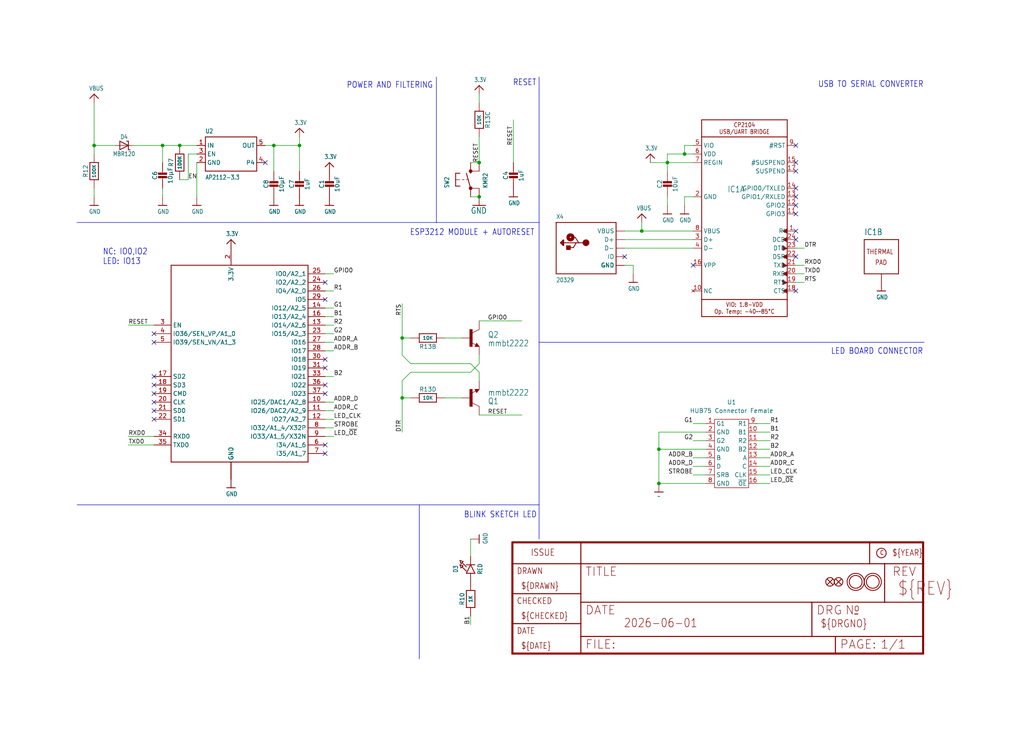
<source format=kicad_sch>
(kicad_sch (version 20231120) (generator "eeschema") (generator_version "8.0")
  (paper "User" 303.962 217.322)
  (lib_symbols
    (symbol "Connector_Generic:HUB75_02x08_female"
      (property "Reference" "U" (at 0 0 0))
      (property "Value" "HUB75 Connector Female" (at 0.762 -25.4 0))
      (symbol "HUB75_02x08_female_1_1"
        (pin input line (at -7.62 -3.81 0) (length 2.54) (name "G1") (number "1"))
        (pin input line (at 7.62 -6.35 180) (length 2.54) (name "B1") (number "10"))
        (pin input line (at 7.62 -8.89 180) (length 2.54) (name "R2") (number "11"))
        (pin input line (at 7.62 -11.43 180) (length 2.54) (name "B2") (number "12"))
        (pin input line (at 7.62 -13.97 180) (length 2.54) (name "A") (number "13"))
        (pin input line (at 7.62 -16.51 180) (length 2.54) (name "C") (number "14"))
        (pin input line (at 7.62 -19.05 180) (length 2.54) (name "CLK") (number "15"))
        (pin input line (at 7.62 -21.59 180) (length 2.54) (name "~{OE}") (number "16"))
        (pin input line (at -7.62 -6.35 0) (length 2.54) (name "GND") (number "2"))
        (pin input line (at -7.62 -8.89 0) (length 2.54) (name "G2") (number "3"))
        (pin input line (at -7.62 -11.43 0) (length 2.54) (name "GND") (number "4"))
        (pin input line (at -7.62 -13.97 0) (length 2.54) (name "B") (number "5"))
        (pin input line (at -7.62 -16.51 0) (length 2.54) (name "D") (number "6"))
        (pin input line (at -7.62 -19.05 0) (length 2.54) (name "SRB") (number "7"))
        (pin input line (at -7.62 -21.59 0) (length 2.54) (name "GND") (number "8"))
        (pin input line (at 7.62 -3.81 180) (length 2.54) (name "R1") (number "9"))
      )
    )
    (symbol "cartalk_esp32-eagle-import:3.3V" (power)
      (symbol "3.3V_1_0"
        (pin power_in line (at 0 -2.54 90) (length 2.54) (name "3.3V") (number "1"))
      )
    )
    (symbol "cartalk_esp32-eagle-import:CAP_CERAMIC0603_NO"
      (property "Reference" "C" (at -2.29 1.25 90))
      (symbol "CAP_CERAMIC0603_NO_1_0"
        (pin passive line (at 0 5.08 270) (length 2.54) (name "1") (number "1"))
        (pin passive line (at 0 -2.54 90) (length 2.54) (name "2") (number "2"))
      )
    )
    (symbol "cartalk_esp32-eagle-import:CAP_CERAMIC0805-NOOUTLINE"
      (property "Reference" "C" (at -2.29 1.25 90))
      (symbol "CAP_CERAMIC0805-NOOUTLINE_1_0"
        (pin passive line (at 0 5.08 270) (length 2.54) (name "1") (number "1"))
        (pin passive line (at 0 -2.54 90) (length 2.54) (name "2") (number "2"))
      )
    )
    (symbol "cartalk_esp32-eagle-import:CP2104"
      (property "Reference" "U" (at -5.08 6.35 0))
      (symbol "CP2104_1_0"
        (text "CP2104\nUSB/UART BRIDGE" (at 0 25.4 0) (effects (font (size 1.27 1.0795))))
        (text "VIO: 1.8-VDD\nOp. Temp: -40~~85°C" (at 0 -27.94 0) (effects (font (size 1.27 1.0795))))
        (pin input line (at 15.24 -5.08 180) (length 2.54) (name "RI") (number "1"))
        (pin no_connect line (at -15.24 -22.86 0) (length 2.54) (name "NC") (number "10"))
        (pin bidirectional line (at 15.24 0 180) (length 2.54) (name "GPIO3") (number "11"))
        (pin bidirectional line (at 15.24 2.54 180) (length 2.54) (name "GPIO2") (number "12"))
        (pin bidirectional line (at 15.24 5.08 180) (length 2.54) (name "GPIO1/RXLED") (number "13"))
        (pin bidirectional line (at 15.24 7.62 180) (length 2.54) (name "GPIO0/TXLED") (number "14"))
        (pin output line (at 15.24 15.24 180) (length 2.54) (name "#SUSPEND") (number "15"))
        (pin bidirectional line (at -15.24 -15.24 0) (length 2.54) (name "VPP") (number "16"))
        (pin output line (at 15.24 12.7 180) (length 2.54) (name "SUSPEND") (number "17"))
        (pin input line (at 15.24 -22.86 180) (length 2.54) (name "CTS") (number "18"))
        (pin output line (at 15.24 -20.32 180) (length 2.54) (name "RTS") (number "19"))
        (pin power_in line (at -15.24 5.08 0) (length 2.54) (name "GND") (number "2"))
        (pin input line (at 15.24 -17.78 180) (length 2.54) (name "RXD") (number "20"))
        (pin output line (at 15.24 -15.24 180) (length 2.54) (name "TXD") (number "21"))
        (pin input line (at 15.24 -12.7 180) (length 2.54) (name "DSR") (number "22"))
        (pin output line (at 15.24 -10.16 180) (length 2.54) (name "DTR") (number "23"))
        (pin input line (at 15.24 -7.62 180) (length 2.54) (name "DCD") (number "24"))
        (pin bidirectional line (at -15.24 -7.62 0) (length 2.54) (name "D+") (number "3"))
        (pin bidirectional line (at -15.24 -10.16 0) (length 2.54) (name "D-") (number "4"))
        (pin power_in line (at -15.24 20.32 0) (length 2.54) (name "VIO") (number "5"))
        (pin power_in line (at -15.24 17.78 0) (length 2.54) (name "VDD") (number "6"))
        (pin power_in line (at -15.24 15.24 0) (length 2.54) (name "REGIN") (number "7"))
        (pin power_in line (at -15.24 -5.08 0) (length 2.54) (name "VBUS") (number "8"))
        (pin bidirectional line (at 15.24 20.32 180) (length 2.54) (name "#RST") (number "9"))
      )
      (symbol "CP2104_2_0"
        (text "PAD" (at -1.905 -2.54 0) (effects (font (size 1.4224 1.209)) (justify left bottom)))
        (text "THERMAL" (at -4.445 0.635 0) (effects (font (size 1.4224 1.209)) (justify left bottom)))
        (pin power_in line (at 0 -7.62 90) (length 2.54) (name "TP") (number "THERM"))
      )
    )
    (symbol "cartalk_esp32-eagle-import:DIODE-SCHOTTKYSOD-123"
      (property "Reference" "D" (at 0 2.54 0))
      (symbol "DIODE-SCHOTTKYSOD-123_1_0"
        (pin passive line (at -2.54 0 0) (length 2.54) (name "A") (number "A"))
        (pin passive line (at 2.54 0 180) (length 2.54) (name "C") (number "C"))
      )
    )
    (symbol "cartalk_esp32-eagle-import:ESP32_WROOM32_SKINNY"
      (symbol "ESP32_WROOM32_SKINNY_1_0"
        (pin passive line (at 0 -27.94 90) (length 5.08) (name "GND") (number "1"))
        (pin bidirectional line (at 27.94 -5.08 180) (length 5.08) (name "IO25/DAC1/A2_8") (number "10"))
        (pin bidirectional line (at 27.94 -7.62 180) (length 5.08) (name "IO26/DAC2/A2_9") (number "11"))
        (pin bidirectional line (at 27.94 -10.16 180) (length 5.08) (name "IO27/A2_7") (number "12"))
        (pin bidirectional line (at 27.94 17.78 180) (length 5.08) (name "IO14/A2_6") (number "13"))
        (pin bidirectional line (at 27.94 22.86 180) (length 5.08) (name "IO12/A2_5") (number "14"))
        (pin passive line (at 0 -27.94 90) (length 5.08) (name "GND") (number "15"))
        (pin bidirectional line (at 27.94 20.32 180) (length 5.08) (name "IO13/A2_4") (number "16"))
        (pin bidirectional line (at -22.86 2.54 0) (length 5.08) (name "SD2") (number "17"))
        (pin bidirectional line (at -22.86 0 0) (length 5.08) (name "SD3") (number "18"))
        (pin bidirectional line (at -22.86 -2.54 0) (length 5.08) (name "CMD") (number "19"))
        (pin passive line (at 0 40.64 270) (length 5.08) (name "3.3V") (number "2"))
        (pin bidirectional line (at -22.86 -5.08 0) (length 5.08) (name "CLK") (number "20"))
        (pin bidirectional line (at -22.86 -7.62 0) (length 5.08) (name "SD0") (number "21"))
        (pin bidirectional line (at -22.86 -10.16 0) (length 5.08) (name "SD1") (number "22"))
        (pin bidirectional line (at 27.94 15.24 180) (length 5.08) (name "IO15/A2_3") (number "23"))
        (pin bidirectional line (at 27.94 30.48 180) (length 5.08) (name "IO2/A2_2") (number "24"))
        (pin bidirectional line (at 27.94 33.02 180) (length 5.08) (name "IO0/A2_1") (number "25"))
        (pin bidirectional line (at 27.94 27.94 180) (length 5.08) (name "IO4/A2_0") (number "26"))
        (pin bidirectional line (at 27.94 12.7 180) (length 5.08) (name "IO16") (number "27"))
        (pin bidirectional line (at 27.94 10.16 180) (length 5.08) (name "IO17") (number "28"))
        (pin bidirectional line (at 27.94 25.4 180) (length 5.08) (name "IO5") (number "29"))
        (pin input line (at -22.86 17.78 0) (length 5.08) (name "EN") (number "3"))
        (pin bidirectional line (at 27.94 7.62 180) (length 5.08) (name "IO18") (number "30"))
        (pin bidirectional line (at 27.94 5.08 180) (length 5.08) (name "IO19") (number "31"))
        (pin bidirectional line (at 27.94 2.54 180) (length 5.08) (name "IO21") (number "33"))
        (pin input line (at -22.86 -15.24 0) (length 5.08) (name "RXD0") (number "34"))
        (pin output line (at -22.86 -17.78 0) (length 5.08) (name "TXD0") (number "35"))
        (pin bidirectional line (at 27.94 0 180) (length 5.08) (name "IO22") (number "36"))
        (pin bidirectional line (at 27.94 -2.54 180) (length 5.08) (name "IO23") (number "37"))
        (pin passive line (at 0 -27.94 90) (length 5.08) (name "GND") (number "38"))
        (pin passive line (at -22.86 15.24 0) (length 5.08) (name "IO36/SEN_VP/A1_0") (number "4"))
        (pin passive line (at -22.86 12.7 0) (length 5.08) (name "IO39/SEN_VN/A1_3") (number "5"))
        (pin bidirectional line (at 27.94 -17.78 180) (length 5.08) (name "I34/A1_6") (number "6"))
        (pin bidirectional line (at 27.94 -20.32 180) (length 5.08) (name "I35/A1_7") (number "7"))
        (pin bidirectional line (at 27.94 -12.7 180) (length 5.08) (name "IO32/A1_4/X32P") (number "8"))
        (pin bidirectional line (at 27.94 -15.24 180) (length 5.08) (name "IO33/A1_5/X32N") (number "9"))
        (pin passive line (at 0 -27.94 90) (length 5.08) (name "GND") (number "P$1"))
      )
    )
    (symbol "cartalk_esp32-eagle-import:FIDUCIAL_1MM")
    (symbol "cartalk_esp32-eagle-import:FRAME_A4"
      (symbol "FRAME_A4_1_0"
        (text "1" (at 21.6958 1.905 0) (effects (font (size 2.54 2.286))))
        (text "1" (at 21.6958 177.165 0) (effects (font (size 2.54 2.286))))
        (text "2" (at 65.0875 1.905 0) (effects (font (size 2.54 2.286))))
        (text "2" (at 65.0875 177.165 0) (effects (font (size 2.54 2.286))))
        (text "3" (at 108.4792 1.905 0) (effects (font (size 2.54 2.286))))
        (text "3" (at 108.4792 177.165 0) (effects (font (size 2.54 2.286))))
        (text "4" (at 151.8708 1.905 0) (effects (font (size 2.54 2.286))))
        (text "4" (at 151.8708 177.165 0) (effects (font (size 2.54 2.286))))
        (text "5" (at 195.2625 1.905 0) (effects (font (size 2.54 2.286))))
        (text "5" (at 195.2625 177.165 0) (effects (font (size 2.54 2.286))))
        (text "6" (at 238.6542 1.905 0) (effects (font (size 2.54 2.286))))
        (text "6" (at 238.6542 177.165 0) (effects (font (size 2.54 2.286))))
        (text "A" (at 1.905 156.6863 0) (effects (font (size 2.54 2.286))))
        (text "A" (at 258.445 156.6863 0) (effects (font (size 2.54 2.286))))
        (text "B" (at 1.905 111.9188 0) (effects (font (size 2.54 2.286))))
        (text "B" (at 258.445 111.9188 0) (effects (font (size 2.54 2.286))))
        (text "C" (at 1.905 67.1513 0) (effects (font (size 2.54 2.286))))
        (text "C" (at 258.445 67.1513 0) (effects (font (size 2.54 2.286))))
        (text "D" (at 1.905 22.3838 0) (effects (font (size 2.54 2.286))))
        (text "D" (at 258.445 22.3838 0) (effects (font (size 2.54 2.286))))
      )
      (symbol "FRAME_A4_2_0"
        (text "${#}/${##}" (at 108.9152 2.8448 0) (effects (font (size 2.54 2.54)) (justify left bottom)))
        (text "${CHECKED}" (at 2.2352 11.7348 0) (effects (font (size 1.778 1.5113)) (justify left bottom)))
        (text "${COMPANY}" (at 23.349 29.6735 0) (effects (font (size 3.175 2.6987) (thickness 0.5397) (bold yes)) (justify left bottom)))
        (text "${CURRENT_DATE}" (at 32.7152 9.1948 0) (effects (font (size 2.54 2.159)) (justify left bottom)))
        (text "${DATE}" (at 2.2352 2.8448 0) (effects (font (size 1.778 1.5113)) (justify left bottom)))
        (text "${DRAWN}" (at 2.2352 20.6248 0) (effects (font (size 1.778 1.5113)) (justify left bottom)))
        (text "${DRGNO}" (at 91.1352 9.1948 0) (effects (font (size 2.1844 1.8567)) (justify left bottom)))
        (text "${PROJECTNAME}" (at 33.0327 2.8448 0) (effects (font (size 2.54 2.159)) (justify left bottom)))
        (text "${REV}" (at 113.9952 18.7198 0) (effects (font (size 3.81 3.2385)) (justify left bottom)))
        (text "${YEAR}" (at 112.4077 30.4673 0) (effects (font (size 1.778 1.5113)) (justify left bottom)))
        (text "C" (at 108.7564 30.7848 0) (effects (font (size 1.27 1.0795)) (justify left bottom)))
        (text "CHECKED" (at 0.9652 16.1798 0) (effects (font (size 1.778 1.5113)) (justify left bottom)))
        (text "DATE" (at 0.9652 7.2898 0) (effects (font (size 1.778 1.5113)) (justify left bottom)))
        (text "DATE" (at 21.2852 13.0048 0) (effects (font (size 2.54 2.54)) (justify left bottom)))
        (text "DRAWN" (at 0.9652 25.0698 0) (effects (font (size 1.778 1.5113)) (justify left bottom)))
        (text "DRG" (at 89.8652 13.0048 0) (effects (font (size 2.54 2.54)) (justify left bottom)))
        (text "FILE:" (at 21.2852 2.8448 0) (effects (font (size 2.54 2.54)) (justify left bottom)))
        (text "ISSUE" (at 5.0927 30.4673 0) (effects (font (size 1.9304 1.6408)) (justify left bottom)))
        (text "N" (at 98.4377 13.0048 0) (effects (font (size 2.54 2.54)) (justify left bottom)))
        (text "o" (at 100.9777 13.9573 0) (effects (font (size 2.1844 1.8567)) (justify left bottom)))
        (text "PAGE:" (at 96.8502 2.8448 0) (effects (font (size 2.54 2.54)) (justify left bottom)))
        (text "REV" (at 112.4077 24.4348 0) (effects (font (size 2.54 2.54)) (justify left bottom)))
        (text "TITLE" (at 21.2852 24.4348 0) (effects (font (size 2.54 2.54)) (justify left bottom)))
      )
    )
    (symbol "cartalk_esp32-eagle-import:GND" (power)
      (symbol "GND_1_0"
        (pin power_in line (at 0 2.54 270) (length 2.54) (name "GND") (number "1"))
      )
    )
    (symbol "cartalk_esp32-eagle-import:LED0805_NOOUTLINE"
      (property "Reference" "D" (at -1.27 4.445 0))
      (symbol "LED0805_NOOUTLINE_1_0"
        (pin passive line (at -5.08 0 0) (length 2.54) (name "A") (number "A"))
        (pin passive line (at 2.54 0 180) (length 2.54) (name "C") (number "C"))
      )
    )
    (symbol "cartalk_esp32-eagle-import:MOUNTINGHOLE2.5")
    (symbol "cartalk_esp32-eagle-import:RESISTOR_0603_NOOUT"
      (property "Reference" "R" (at 0 2.54 0))
      (symbol "RESISTOR_0603_NOOUT_1_0"
        (pin passive line (at -5.08 0 0) (length 2.54) (name "1") (number "1"))
        (pin passive line (at 5.08 0 180) (length 2.54) (name "2") (number "2"))
      )
    )
    (symbol "cartalk_esp32-eagle-import:RESISTOR_4PACK"
      (property "Reference" "R" (at 0 2.54 0))
      (symbol "RESISTOR_4PACK_1_0"
        (pin passive line (at -5.08 0 0) (length 2.54) (name "1") (number "1"))
        (pin passive line (at 5.08 0 180) (length 2.54) (name "2") (number "8"))
      )
      (symbol "RESISTOR_4PACK_2_0"
        (pin passive line (at -5.08 0 0) (length 2.54) (name "1") (number "2"))
        (pin passive line (at 5.08 0 180) (length 2.54) (name "2") (number "7"))
      )
      (symbol "RESISTOR_4PACK_3_0"
        (pin passive line (at -5.08 0 0) (length 2.54) (name "1") (number "3"))
        (pin passive line (at 5.08 0 180) (length 2.54) (name "2") (number "6"))
      )
      (symbol "RESISTOR_4PACK_4_0"
        (pin passive line (at -5.08 0 0) (length 2.54) (name "1") (number "4"))
        (pin passive line (at 5.08 0 180) (length 2.54) (name "2") (number "5"))
      )
    )
    (symbol "cartalk_esp32-eagle-import:SWITCH_TACT_SMT4.6X2.8"
      (property "Reference" "SW" (at -2.54 6.35 0))
      (symbol "SWITCH_TACT_SMT4.6X2.8_1_0"
        (pin passive line (at -5.08 0 0) (length 2.54) (name "P") (number "A"))
        (pin passive line (at -5.08 -2.54 0) (length 2.54) (name "P1") (number "A'"))
        (pin passive line (at 5.08 0 180) (length 2.54) (name "S") (number "B"))
        (pin passive line (at 5.08 -2.54 180) (length 2.54) (name "S1") (number "B'"))
      )
    )
    (symbol "cartalk_esp32-eagle-import:TRANSISTOR_NPNSOT23-3"
      (property "Reference" "Q" (at 5.08 0 0))
      (symbol "TRANSISTOR_NPNSOT23-3_1_0"
        (pin passive line (at -2.54 0 0) (length 2.54) (name "B") (number "1"))
        (pin passive line (at 2.54 -5.08 90) (length 2.54) (name "E") (number "2"))
        (pin passive line (at 2.54 5.08 270) (length 2.54) (name "C") (number "3"))
      )
    )
    (symbol "cartalk_esp32-eagle-import:USB_MICRO_20329_V2"
      (property "Reference" "X" (at -10.16 8.636 0))
      (symbol "USB_MICRO_20329_V2_1_0"
        (pin power_in line (at 10.16 -5.08 180) (length 2.54) (name "GND") (number "BASE@1"))
        (pin power_in line (at 10.16 -5.08 180) (length 2.54) (name "GND") (number "BASE@2"))
        (pin bidirectional line (at 10.16 2.54 180) (length 2.54) (name "D+") (number "D+"))
        (pin bidirectional line (at 10.16 0 180) (length 2.54) (name "D-") (number "D-"))
        (pin power_in line (at 10.16 -5.08 180) (length 2.54) (name "GND") (number "GND"))
        (pin bidirectional line (at 10.16 -2.54 180) (length 2.54) (name "ID") (number "ID"))
        (pin power_in line (at 10.16 -5.08 180) (length 2.54) (name "GND") (number "SPRT@1"))
        (pin power_in line (at 10.16 -5.08 180) (length 2.54) (name "GND") (number "SPRT@2"))
        (pin power_in line (at 10.16 -5.08 180) (length 2.54) (name "GND") (number "SPRT@3"))
        (pin power_in line (at 10.16 -5.08 180) (length 2.54) (name "GND") (number "SPRT@4"))
        (pin power_in line (at 10.16 5.08 180) (length 2.54) (name "VBUS") (number "VBUS"))
      )
    )
    (symbol "cartalk_esp32-eagle-import:VBUS" (power)
      (symbol "VBUS_1_0"
        (pin power_in line (at 0 -2.54 90) (length 2.54) (name "VBUS") (number "1"))
      )
    )
    (symbol "cartalk_esp32-eagle-import:VREG_SOT23-5"
      (property "Reference" "U" (at -7.62 6.096 0))
      (symbol "VREG_SOT23-5_1_0"
        (pin power_in line (at -10.16 2.54 0) (length 2.54) (name "IN") (number "1"))
        (pin power_in line (at -10.16 -2.54 0) (length 2.54) (name "GND") (number "2"))
        (pin input line (at -10.16 0 0) (length 2.54) (name "EN") (number "3"))
        (pin bidirectional line (at 10.16 -2.54 180) (length 2.54) (name "P4") (number "4"))
        (pin power_in line (at 10.16 2.54 180) (length 2.54) (name "OUT") (number "5"))
      )
    )
    (symbol "cartalk_esp32-eagle-import:supply1_GND" (power)
      (symbol "supply1_GND_1_0"
        (pin power_in line (at 0 2.54 270) (length 2.54) (name "GND") (number "1"))
      )
    )
  )
  (junction (at 195.58 133.35))
  (junction (at 190.5 68.58))
  (junction (at 203.2 45.72))
  (junction (at 142.24 58.42))
  (junction (at 195.58 143.51))
  (junction (at 53.34 43.18))
  (junction (at 48.26 43.18))
  (junction (at 119.38 118.11))
  (junction (at 81.28 43.18))
  (junction (at 119.38 100.33))
  (junction (at 198.12 48.26))
  (junction (at 142.24 48.26))
  (junction (at 88.9 43.18))
  (junction (at 27.94 43.18))
  (no_connect (at 45.72 99.06))
  (no_connect (at 236.22 50.8))
  (no_connect (at 236.22 86.36))
  (no_connect (at 236.22 48.26))
  (no_connect (at 96.52 114.3))
  (no_connect (at 45.72 121.92))
  (no_connect (at 236.22 63.5))
  (no_connect (at 236.22 43.18))
  (no_connect (at 45.72 116.84))
  (no_connect (at 96.52 132.08))
  (no_connect (at 185.42 76.2))
  (no_connect (at 96.52 116.84))
  (no_connect (at 45.72 119.38))
  (no_connect (at 96.52 83.82))
  (no_connect (at 236.22 76.2))
  (no_connect (at 45.72 124.46))
  (no_connect (at 96.52 106.68))
  (no_connect (at 78.74 48.26))
  (no_connect (at 236.22 68.58))
  (no_connect (at 45.72 114.3))
  (no_connect (at 96.52 134.62))
  (no_connect (at 96.52 109.22))
  (no_connect (at 45.72 101.6))
  (no_connect (at 236.22 58.42))
  (no_connect (at 96.52 88.9))
  (no_connect (at 236.22 60.96))
  (no_connect (at 45.72 111.76))
  (no_connect (at 236.22 71.12))
  (no_connect (at 205.74 78.74))
  (no_connect (at 236.22 55.88))
  (wire (pts (xy 198.12 48.26) (xy 198.12 50.8)) (stroke (width 0.1524)))
  (polyline (pts (xy 160.02 101.6) (xy 160.02 66.04)) (stroke (width 0.1524) (type solid)))
  (wire (pts (xy 142.24 40.64) (xy 142.24 48.26)) (stroke (width 0.1524)))
  (wire (pts (xy 154.94 123.19) (xy 142.24 123.19)) (stroke (width 0.1524)))
  (polyline (pts (xy 124.46 149.86) (xy 124.46 195.58)) (stroke (width 0.1524) (type solid)))
  (wire (pts (xy 139.7 58.42) (xy 142.24 58.42)) (stroke (width 0.1524)))
  (wire (pts (xy 142.24 105.41) (xy 142.24 107.95)) (stroke (width 0.1524)))
  (wire (pts (xy 96.52 124.46) (xy 99.06 124.46)))
  (wire (pts (xy 224.79 133.35) (xy 228.6 133.35)))
  (wire (pts (xy 205.74 138.43) (xy 209.55 138.43)))
  (wire (pts (xy 96.52 93.98) (xy 99.06 93.98)))
  (wire (pts (xy 27.94 45.72) (xy 27.94 43.18)) (stroke (width 0.1524)))
  (wire (pts (xy 96.52 121.92) (xy 99.06 121.92)))
  (wire (pts (xy 203.2 43.18) (xy 203.2 45.72)) (stroke (width 0.1524)))
  (wire (pts (xy 96.52 86.36) (xy 99.06 86.36)))
  (wire (pts (xy 38.1 132.08) (xy 45.72 132.08)) (stroke (width 0.1524)))
  (wire (pts (xy 139.7 107.95) (xy 121.92 107.95)) (stroke (width 0.1524)))
  (wire (pts (xy 119.38 113.03) (xy 119.38 118.11)) (stroke (width 0.1524)))
  (wire (pts (xy 198.12 45.72) (xy 198.12 48.26)) (stroke (width 0.1524)))
  (wire (pts (xy 88.9 43.18) (xy 88.9 50.8)) (stroke (width 0.1524)))
  (wire (pts (xy 185.42 71.12) (xy 205.74 71.12)) (stroke (width 0.1524)))
  (wire (pts (xy 198.12 58.42) (xy 198.12 60.96)) (stroke (width 0.1524)))
  (wire (pts (xy 195.58 133.35) (xy 209.55 133.35)))
  (wire (pts (xy 185.42 78.74) (xy 187.96 78.74)) (stroke (width 0.1524)))
  (wire (pts (xy 205.74 130.81) (xy 209.55 130.81)))
  (wire (pts (xy 224.79 140.97) (xy 228.6 140.97)))
  (wire (pts (xy 58.42 48.26) (xy 58.42 58.42)) (stroke (width 0.1524)))
  (wire (pts (xy 205.74 43.18) (xy 203.2 43.18)) (stroke (width 0.1524)))
  (wire (pts (xy 224.79 143.51) (xy 228.6 143.51)))
  (wire (pts (xy 55.88 53.34) (xy 55.88 45.72)) (stroke (width 0.1524)))
  (wire (pts (xy 203.2 45.72) (xy 198.12 45.72)) (stroke (width 0.1524)))
  (wire (pts (xy 190.5 68.58) (xy 205.74 68.58)) (stroke (width 0.1524)))
  (wire (pts (xy 88.9 43.18) (xy 88.9 40.64)) (stroke (width 0.1524)))
  (wire (pts (xy 53.34 43.18) (xy 48.26 43.18)) (stroke (width 0.1524)))
  (wire (pts (xy 224.79 125.73) (xy 228.6 125.73)))
  (polyline (pts (xy 160.02 149.86) (xy 124.46 149.86)) (stroke (width 0.1524) (type solid)))
  (polyline (pts (xy 160.02 66.04) (xy 129.54 66.04)) (stroke (width 0.1524) (type solid)))
  (wire (pts (xy 55.88 45.72) (xy 58.42 45.72)) (stroke (width 0.1524)))
  (wire (pts (xy 139.7 182.88) (xy 139.7 185.42)) (stroke (width 0.1524)))
  (wire (pts (xy 185.42 73.66) (xy 205.74 73.66)) (stroke (width 0.1524)))
  (wire (pts (xy 195.58 133.35) (xy 195.58 143.51)))
  (wire (pts (xy 27.94 30.48) (xy 27.94 43.18)) (stroke (width 0.1524)))
  (wire (pts (xy 121.92 110.49) (xy 119.38 113.03)) (stroke (width 0.1524)))
  (wire (pts (xy 142.24 110.49) (xy 139.7 107.95)) (stroke (width 0.1524)))
  (wire (pts (xy 39.37 43.18) (xy 48.26 43.18)) (stroke (width 0.1524)))
  (wire (pts (xy 205.74 45.72) (xy 203.2 45.72)) (stroke (width 0.1524)))
  (wire (pts (xy 96.52 104.14) (xy 99.06 104.14)))
  (wire (pts (xy 142.24 27.94) (xy 142.24 30.48)) (stroke (width 0.1524)))
  (wire (pts (xy 139.7 110.49) (xy 121.92 110.49)) (stroke (width 0.1524)))
  (wire (pts (xy 96.52 81.28) (xy 99.06 81.28)))
  (wire (pts (xy 137.16 118.11) (xy 132.08 118.11)) (stroke (width 0.1524)))
  (wire (pts (xy 224.79 135.89) (xy 228.6 135.89)))
  (wire (pts (xy 195.58 128.27) (xy 195.58 133.35)))
  (wire (pts (xy 224.79 138.43) (xy 228.6 138.43)))
  (wire (pts (xy 236.22 83.82) (xy 238.76 83.82)) (stroke (width 0.1524)))
  (polyline (pts (xy 160.02 160.02) (xy 160.02 149.86)) (stroke (width 0.1524) (type solid)))
  (wire (pts (xy 96.52 111.76) (xy 99.06 111.76)))
  (wire (pts (xy 119.38 118.11) (xy 121.92 118.11)) (stroke (width 0.1524)))
  (wire (pts (xy 96.52 101.6) (xy 99.06 101.6)))
  (wire (pts (xy 142.24 95.25) (xy 154.94 95.25)) (stroke (width 0.1524)))
  (wire (pts (xy 48.26 43.18) (xy 48.26 48.26)) (stroke (width 0.1524)))
  (wire (pts (xy 81.28 50.8) (xy 81.28 43.18)) (stroke (width 0.1524)))
  (wire (pts (xy 224.79 130.81) (xy 228.6 130.81)))
  (wire (pts (xy 96.52 96.52) (xy 99.06 96.52)))
  (polyline (pts (xy 22.86 66.04) (xy 129.54 66.04)) (stroke (width 0.1524) (type solid)))
  (wire (pts (xy 96.52 119.38) (xy 99.06 119.38)))
  (wire (pts (xy 119.38 105.41) (xy 119.38 100.33)) (stroke (width 0.1524)))
  (wire (pts (xy 132.08 100.33) (xy 137.16 100.33)) (stroke (width 0.1524)))
  (wire (pts (xy 27.94 58.42) (xy 27.94 55.88)) (stroke (width 0.1524)))
  (polyline (pts (xy 274.32 101.6) (xy 160.02 101.6)) (stroke (width 0.1524) (type solid)))
  (wire (pts (xy 139.7 165.1) (xy 139.7 160.02)) (stroke (width 0.1524)))
  (wire (pts (xy 58.42 43.18) (xy 53.34 43.18)) (stroke (width 0.1524)))
  (wire (pts (xy 224.79 128.27) (xy 228.6 128.27)))
  (wire (pts (xy 205.74 58.42) (xy 203.2 58.42)) (stroke (width 0.1524)))
  (wire (pts (xy 152.4 48.26) (xy 152.4 35.56)) (stroke (width 0.1524)))
  (wire (pts (xy 119.38 118.11) (xy 119.38 128.27)) (stroke (width 0.1524)))
  (wire (pts (xy 236.22 78.74) (xy 238.76 78.74)) (stroke (width 0.1524)))
  (wire (pts (xy 78.74 43.18) (xy 81.28 43.18)) (stroke (width 0.1524)))
  (wire (pts (xy 205.74 48.26) (xy 198.12 48.26)) (stroke (width 0.1524)))
  (wire (pts (xy 48.26 55.88) (xy 48.26 58.42)) (stroke (width 0.1524)))
  (wire (pts (xy 96.52 99.06) (xy 99.06 99.06)))
  (wire (pts (xy 81.28 43.18) (xy 88.9 43.18)) (stroke (width 0.1524)))
  (wire (pts (xy 121.92 107.95) (xy 119.38 105.41)) (stroke (width 0.1524)))
  (wire (pts (xy 195.58 143.51) (xy 209.55 143.51)))
  (wire (pts (xy 119.38 90.17) (xy 119.38 100.33)) (stroke (width 0.1524)))
  (wire (pts (xy 96.52 127) (xy 99.06 127)))
  (wire (pts (xy 236.22 81.28) (xy 238.76 81.28)) (stroke (width 0.1524)))
  (wire (pts (xy 236.22 73.66) (xy 238.76 73.66)) (stroke (width 0.1524)))
  (wire (pts (xy 45.72 129.54) (xy 38.1 129.54)) (stroke (width 0.1524)))
  (wire (pts (xy 185.42 68.58) (xy 190.5 68.58)) (stroke (width 0.1524)))
  (wire (pts (xy 190.5 68.58) (xy 190.5 66.04)) (stroke (width 0.1524)))
  (polyline (pts (xy 129.54 66.04) (xy 129.54 22.86)) (stroke (width 0.1524) (type solid)))
  (wire (pts (xy 99.06 91.44) (xy 96.52 91.44)))
  (wire (pts (xy 205.74 125.73) (xy 209.55 125.73)))
  (wire (pts (xy 119.38 100.33) (xy 121.92 100.33)) (stroke (width 0.1524)))
  (wire (pts (xy 45.72 96.52) (xy 38.1 96.52)) (stroke (width 0.1524)))
  (wire (pts (xy 187.96 78.74) (xy 187.96 81.28)) (stroke (width 0.1524)))
  (polyline (pts (xy 160.02 66.04) (xy 160.02 22.86)) (stroke (width 0.1524) (type solid)))
  (polyline (pts (xy 124.46 149.86) (xy 22.86 149.86)) (stroke (width 0.1524) (type solid)))
  (wire (pts (xy 203.2 58.42) (xy 203.2 60.96)) (stroke (width 0.1524)))
  (wire (pts (xy 195.58 128.27) (xy 209.55 128.27)))
  (wire (pts (xy 142.24 113.03) (xy 142.24 110.49)) (stroke (width 0.1524)))
  (wire (pts (xy 198.12 48.26) (xy 193.04 48.26)) (stroke (width 0.1524)))
  (wire (pts (xy 205.74 140.97) (xy 209.55 140.97)))
  (wire (pts (xy 142.24 107.95) (xy 139.7 110.49)) (stroke (width 0.1524)))
  (polyline (pts (xy 160.02 149.86) (xy 160.02 101.6)) (stroke (width 0.1524) (type solid)))
  (wire (pts (xy 34.29 43.18) (xy 27.94 43.18)) (stroke (width 0.1524)))
  (wire (pts (xy 142.24 48.26) (xy 139.7 48.26)) (stroke (width 0.1524)))
  (wire (pts (xy 53.34 53.34) (xy 55.88 53.34)) (stroke (width 0.1524)))
  (wire (pts (xy 96.52 129.54) (xy 99.06 129.54)))
  (wire (pts (xy 205.74 135.89) (xy 209.55 135.89)))
  (text "POWER AND FILTERING" (at 102.87 26.416 0) (effects (font (size 1.778 1.5113)) (justify left bottom)))
  (text "USB TO SERIAL CONVERTER" (at 242.824 26.162 0) (effects (font (size 1.778 1.5113)) (justify left bottom)))
  (text "LED BOARD CONNECTOR" (at 246.634 105.41 0) (effects (font (size 1.778 1.5113)) (justify left bottom)))
  (text "ESP3212 MODULE + AUTORESET" (at 121.666 70.104 0) (effects (font (size 1.778 1.5113)) (justify left bottom)))
  (text "NC: IO0,IO2\nLED: IO13" (at 30.48 78.74 0) (effects (font (size 1.778 1.5113)) (justify left bottom)))
  (text "RESET" (at 159.258 25.654 0) (effects (font (size 1.778 1.5113)) (justify right bottom)))
  (text "BLINK SKETCH LED" (at 137.668 153.924 0) (effects (font (size 1.778 1.5113)) (justify left bottom)))
  (label "GPIO0" (at 99.06 81.28 0) (effects (font (size 1.2446 1.2446))))
  (label "GPIO0" (at 144.78 95.25 0) (effects (font (size 1.2446 1.2446))))
  (label "RXD0" (at 238.76 78.74 0) (effects (font (size 1.2446 1.2446))))
  (label "ADDR_B" (at 205.74 135.89 180))
  (label "RESET" (at 38.1 96.52 0) (effects (font (size 1.2446 1.2446))))
  (label "R1" (at 99.06 86.36 0))
  (label "B1" (at 139.7 185.42 90) (effects (font (size 1.2446 1.2446))))
  (label "RTS" (at 119.38 90.17 270) (effects (font (size 1.2446 1.2446))))
  (label "ADDR_C" (at 228.6 138.43 0))
  (label "R2" (at 99.06 96.52 0))
  (label "ADDR_B" (at 99.06 104.14 0))
  (label "G2" (at 205.74 130.81 180))
  (label "RESET" (at 144.78 123.19 0) (effects (font (size 1.2446 1.2446))))
  (label "B1" (at 228.6 128.27 0))
  (label "RESET" (at 142.24 48.26 90) (effects (font (size 1.2446 1.2446))))
  (label "ADDR_D" (at 205.74 138.43 180))
  (label "STROBE" (at 99.06 127 0))
  (label "LED_~{OE}" (at 99.06 129.54 0))
  (label "TXD0" (at 238.76 81.28 0) (effects (font (size 1.2446 1.2446))))
  (label "LED_~{OE}" (at 228.6 143.51 0))
  (label "TXD0" (at 38.1 132.08 0) (effects (font (size 1.2446 1.2446))))
  (label "ADDR_C" (at 99.06 121.92 0))
  (label "RXD0" (at 38.1 129.54 0) (effects (font (size 1.2446 1.2446))))
  (label "DTR" (at 238.76 73.66 0) (effects (font (size 1.2446 1.2446))))
  (label "LED_CLK" (at 99.06 124.46 0))
  (label "B2" (at 228.6 133.35 0))
  (label "R1" (at 228.6 125.73 0))
  (label "B2" (at 99.06 111.76 0))
  (label "ADDR_A" (at 228.6 135.89 0))
  (label "EN" (at 55.88 53.34 0) (effects (font (size 1.2446 1.2446))))
  (label "RESET" (at 152.4 43.18 90) (effects (font (size 1.2446 1.2446))))
  (label "LED_CLK" (at 228.6 140.97 0))
  (label "R2" (at 228.6 130.81 0))
  (label "RTS" (at 238.76 83.82 0) (effects (font (size 1.2446 1.2446))))
  (label "B1" (at 99.06 93.98 0))
  (label "G1" (at 205.74 125.73 180))
  (label "G1" (at 99.06 91.44 0))
  (label "G2" (at 99.06 99.06 0))
  (label "STROBE" (at 205.74 140.97 180))
  (label "ADDR_A" (at 99.06 101.6 0))
  (label "ADDR_D" (at 99.06 119.38 0))
  (label "DTR" (at 119.38 128.27 90))
  (symbol (lib_id "cartalk_esp32-eagle-import:FRAME_A4") (at 152.4 195.58 0) (unit 2)
    (property "Reference" "#FRAME1" (effects (hide yes)))
    (property "Value" "FRAME_A4" (effects (hide yes)))
  )
  (symbol (lib_id "cartalk_esp32-eagle-import:FIDUCIAL_1MM") (at 248.92 172.72 0) (unit 1)
    (property "Reference" "U$34" (effects (hide yes)))
    (property "Value" "FIDUCIAL_1MM" (effects (hide yes)))
    (property "Footprint" "cartalk_esp32:FIDUCIAL_1MM" (effects (hide yes)))
  )
  (symbol (lib_id "cartalk_esp32-eagle-import:RESISTOR_4PACK") (at 127 118.11 0) (unit 4)
    (property "Reference" "R13" (at 127 115.57 0))
    (property "Value" "10K" (at 127 118.11 0) (effects (font (size 1.016 1.016) (bold yes))))
    (property "Footprint" "cartalk_esp32:RESPACK_4X0603" (effects (hide yes)))
  )
  (symbol (lib_id "cartalk_esp32-eagle-import:VREG_SOT23-5") (at 68.58 45.72 0) (unit 1)
    (property "Reference" "U2" (at 60.96 39.624 0) (effects (font (size 1.27 1.0795)) (justify left bottom)))
    (property "Value" "AP2112-3.3" (at 60.96 53.34 0) (effects (font (size 1.27 1.0795)) (justify left bottom)))
    (property "Footprint" "cartalk_esp32:SOT23-5" (effects (hide yes)))
  )
  (symbol (lib_id "cartalk_esp32-eagle-import:ESP32_WROOM32_SKINNY") (at 68.58 114.3 0) (unit 1)
    (property "Reference" "X2" (effects (hide yes)))
    (property "Value" "ESP32_WROOM32_SKINNY" (effects (hide yes)))
    (property "Footprint" "cartalk_esp32:WROOM32_SKINNY" (effects (hide yes)))
  )
  (symbol (lib_id "cartalk_esp32-eagle-import:GND") (at 187.96 83.82 0) (unit 1)
    (property "Reference" "#U$011" (effects (hide yes)))
    (property "Value" "GND" (at 186.436 86.36 0) (effects (font (size 1.27 1.0795)) (justify left bottom)))
  )
  (symbol (lib_id "cartalk_esp32-eagle-import:MOUNTINGHOLE2.5") (at 259.08 172.72 0) (unit 1)
    (property "Reference" "U$32" (effects (hide yes)))
    (property "Value" "MOUNTINGHOLE2.5" (effects (hide yes)))
    (property "Footprint" "cartalk_esp32:MOUNTINGHOLE_2.5_PLATED" (effects (hide yes)))
  )
  (symbol (lib_id "cartalk_esp32-eagle-import:RESISTOR_0603_NOOUT") (at 139.7 177.8 90) (unit 1)
    (property "Reference" "R10" (at 137.16 177.8 0))
    (property "Value" "1K" (at 139.7 177.8 0) (effects (font (size 1.016 1.016) (bold yes))))
    (property "Footprint" "cartalk_esp32:0603-NO" (effects (hide yes)))
  )
  (symbol (lib_id "cartalk_esp32-eagle-import:CAP_CERAMIC0805-NOOUTLINE") (at 48.26 53.34 0) (unit 1)
    (property "Reference" "C6" (at 45.97 52.09 90))
    (property "Value" "10µF" (at 50.56 52.09 90))
    (property "Footprint" "Capacitor_SMD:C_0805_2012Metric" (effects (hide yes)))
  )
  (symbol (lib_id "cartalk_esp32-eagle-import:GND") (at 88.9 60.96 0) (unit 1)
    (property "Reference" "#U$028" (effects (hide yes)))
    (property "Value" "GND" (at 87.376 63.5 0) (effects (font (size 1.27 1.0795)) (justify left bottom)))
  )
  (symbol (lib_id "cartalk_esp32-eagle-import:USB_MICRO_20329_V2") (at 175.26 73.66 0) (unit 1)
    (property "Reference" "X4" (at 165.1 65.024 0) (effects (font (size 1.27 1.0795)) (justify left bottom)))
    (property "Value" "20329" (at 165.1 83.82 0) (effects (font (size 1.27 1.0795)) (justify left bottom)))
    (property "Footprint" "cartalk_esp32:4UCONN_20329_V2" (effects (hide yes)))
  )
  (symbol (lib_id "cartalk_esp32-eagle-import:GND") (at 27.94 60.96 0) (unit 1)
    (property "Reference" "#U$025" (effects (hide yes)))
    (property "Value" "GND" (at 26.416 63.5 0) (effects (font (size 1.27 1.0795)) (justify left bottom)))
  )
  (symbol (lib_id "cartalk_esp32-eagle-import:CP2104") (at 220.98 63.5 0) (unit 1)
    (property "Reference" "IC1" (at 215.9 57.15 0) (effects (font (size 1.778 1.5113)) (justify left bottom)))
    (property "Value" "CP2104" (effects (hide yes)))
    (property "Footprint" "cartalk_esp32:QFN24_4MM_SMSC" (effects (hide yes)))
  )
  (symbol (lib_id "cartalk_esp32-eagle-import:GND") (at 261.62 86.36 0) (unit 1)
    (property "Reference" "#U$01" (effects (hide yes)))
    (property "Value" "GND" (at 260.096 88.9 0) (effects (font (size 1.27 1.0795)) (justify left bottom)))
  )
  (symbol (lib_id "cartalk_esp32-eagle-import:CAP_CERAMIC0805-NOOUTLINE") (at 97.79 55.88 0) (unit 1)
    (property "Reference" "C1" (at 95.5 54.63 90))
    (property "Value" "10uF" (at 100.09 54.63 90))
    (property "Footprint" "Capacitor_SMD:C_0805_2012Metric" (effects (hide yes)))
  )
  (symbol (lib_id "cartalk_esp32-eagle-import:CAP_CERAMIC0603_NO") (at 88.9 55.88 0) (unit 1)
    (property "Reference" "C7" (at 86.61 54.63 90))
    (property "Value" "1uF" (at 91.2 54.63 90))
    (property "Footprint" "Capacitor_SMD:C_0603_1608Metric" (effects (hide yes)))
  )
  (symbol (lib_id "cartalk_esp32-eagle-import:DIODE-SCHOTTKYSOD-123") (at 36.83 43.18 0) (unit 1)
    (property "Reference" "D4" (at 36.83 40.64 0) (effects (font (size 1.27 1.0795))))
    (property "Value" "MBR120" (at 36.83 45.68 0) (effects (font (size 1.27 1.0795))))
    (property "Footprint" "cartalk_esp32:SOD-123" (effects (hide yes)))
  )
  (symbol (lib_id "cartalk_esp32-eagle-import:GND") (at 58.42 60.96 0) (unit 1)
    (property "Reference" "#U$030" (effects (hide yes)))
    (property "Value" "GND" (at 56.896 63.5 0) (effects (font (size 1.27 1.0795)) (justify left bottom)))
  )
  (symbol (lib_id "cartalk_esp32-eagle-import:MOUNTINGHOLE2.5") (at 254 172.72 0) (unit 1)
    (property "Reference" "U$31" (effects (hide yes)))
    (property "Value" "MOUNTINGHOLE2.5" (effects (hide yes)))
    (property "Footprint" "cartalk_esp32:MOUNTINGHOLE_2.5_PLATED" (effects (hide yes)))
  )
  (symbol (lib_id "cartalk_esp32-eagle-import:3.3V") (at 193.04 45.72 0) (unit 1)
    (property "Reference" "#U$024" (effects (hide yes)))
    (property "Value" "3.3V" (at 191.516 44.704 0) (effects (font (size 1.27 1.0795)) (justify left bottom)))
  )
  (symbol (lib_id "cartalk_esp32-eagle-import:3.3V") (at 142.24 25.4 0) (unit 1)
    (property "Reference" "#U$05" (effects (hide yes)))
    (property "Value" "3.3V" (at 140.716 24.384 0) (effects (font (size 1.27 1.0795)) (justify left bottom)))
  )
  (symbol (lib_id "cartalk_esp32-eagle-import:GND") (at 81.28 60.96 0) (unit 1)
    (property "Reference" "#U$029" (effects (hide yes)))
    (property "Value" "GND" (at 79.756 63.5 0) (effects (font (size 1.27 1.0795)) (justify left bottom)))
  )
  (symbol (lib_id "Connector_Generic:HUB75_02x08_female") (at 217.17 121.92 0) (unit 1)
    (property "Reference" "U1" (at 217.17 119.38 0))
    (property "Value" "HUB75 Connector Female" (at 217.17 121.92 0))
    (property "Footprint" "Connector:Amphenol 2x8 Connector 89898-308ALF" (effects (hide yes)))
    (property "Description" "Hub75 connector for LED matrix array control" (effects (hide yes)))
  )
  (symbol (lib_id "cartalk_esp32-eagle-import:VBUS") (at 190.5 63.5 0) (unit 1)
    (property "Reference" "#U$018" (effects (hide yes)))
    (property "Value" "VBUS" (at 188.976 62.484 0) (effects (font (size 1.27 1.0795)) (justify left bottom)))
  )
  (symbol (lib_id "cartalk_esp32-eagle-import:3.3V") (at 68.58 71.12 0) (unit 1)
    (property "Reference" "#U$026" (effects (hide yes)))
    (property "Value" "3.3V" (at 67.056 70.104 0) (effects (font (size 1.27 1.0795)) (justify left bottom)))
  )
  (symbol (lib_id "cartalk_esp32-eagle-import:GND") (at 97.79 60.96 0) (unit 1)
    (property "Reference" "#U$04" (effects (hide yes)))
    (property "Value" "GND" (at 96.266 63.5 0) (effects (font (size 1.27 1.0795)) (justify left bottom)))
  )
  (symbol (lib_id "cartalk_esp32-eagle-import:VBUS") (at 27.94 27.94 0) (unit 1)
    (property "Reference" "#U$03" (effects (hide yes)))
    (property "Value" "VBUS" (at 26.416 26.924 0) (effects (font (size 1.27 1.0795)) (justify left bottom)))
  )
  (symbol (lib_id "cartalk_esp32-eagle-import:SWITCH_TACT_SMT4.6X2.8") (at 139.7 53.34 90) (unit 1)
    (property "Reference" "SW2" (at 133.35 55.88 0) (effects (font (size 1.27 1.0795)) (justify left bottom)))
    (property "Value" "KMR2" (at 144.78 55.88 0) (effects (font (size 1.27 1.0795)) (justify left bottom)))
    (property "Footprint" "cartalk_esp32:BTN_KMR2_4.6X2.8" (effects (hide yes)))
  )
  (symbol (lib_id "cartalk_esp32-eagle-import:GND") (at 152.4 58.42 0) (unit 1)
    (property "Reference" "#U$042" (effects (hide yes)))
    (property "Value" "GND" (at 150.876 60.96 0) (effects (font (size 1.27 1.0795)) (justify left bottom)))
  )
  (symbol (lib_id "cartalk_esp32-eagle-import:GND") (at 68.58 144.78 0) (unit 1)
    (property "Reference" "#U$037" (effects (hide yes)))
    (property "Value" "GND" (at 67.056 147.32 0) (effects (font (size 1.27 1.0795)) (justify left bottom)))
  )
  (symbol (lib_id "cartalk_esp32-eagle-import:FIDUCIAL_1MM") (at 246.38 172.72 0) (unit 1)
    (property "Reference" "U$35" (effects (hide yes)))
    (property "Value" "FIDUCIAL_1MM" (effects (hide yes)))
    (property "Footprint" "cartalk_esp32:FIDUCIAL_1MM" (effects (hide yes)))
  )
  (symbol (lib_id "cartalk_esp32-eagle-import:GND") (at 48.26 60.96 0) (unit 1)
    (property "Reference" "#U$027" (effects (hide yes)))
    (property "Value" "GND" (at 46.736 63.5 0) (effects (font (size 1.27 1.0795)) (justify left bottom)))
  )
  (symbol (lib_id "cartalk_esp32-eagle-import:GND") (at 142.24 160.02 90) (unit 1)
    (property "Reference" "#U$08" (effects (hide yes)))
    (property "Value" "GND" (at 144.78 161.544 0) (effects (font (size 1.27 1.0795)) (justify left bottom)))
  )
  (symbol (lib_id "cartalk_esp32-eagle-import:GND") (at 195.58 146.05 0) (unit 1)
    (property "Reference" "#010101" (effects (hide yes)))
    (property "Value" "~" (at 195.58 147.32 0) (effects (font (size 1.27 1.0795))))
    (property "Description" "GND" (effects (hide yes)))
  )
  (symbol (lib_id "cartalk_esp32-eagle-import:3.3V") (at 88.9 38.1 0) (unit 1)
    (property "Reference" "#U$010" (effects (hide yes)))
    (property "Value" "3.3V" (at 87.376 37.084 0) (effects (font (size 1.27 1.0795)) (justify left bottom)))
  )
  (symbol (lib_id "cartalk_esp32-eagle-import:GND") (at 203.2 63.5 0) (unit 1)
    (property "Reference" "#U$012" (effects (hide yes)))
    (property "Value" "GND" (at 201.676 66.04 0) (effects (font (size 1.27 1.0795)) (justify left bottom)))
  )
  (symbol (lib_id "cartalk_esp32-eagle-import:CAP_CERAMIC0805-NOOUTLINE") (at 198.12 55.88 0) (unit 1)
    (property "Reference" "C2" (at 195.83 54.63 90))
    (property "Value" "10uF" (at 200.42 54.63 90))
    (property "Footprint" "Capacitor_SMD:C_0805_2012Metric" (effects (hide yes)))
  )
  (symbol (lib_id "cartalk_esp32-eagle-import:RESISTOR_0603_NOOUT") (at 27.94 50.8 90) (unit 1)
    (property "Reference" "R12" (at 25.4 50.8 0))
    (property "Value" "100K" (at 27.94 50.8 0) (effects (font (size 1.016 1.016) (bold yes))))
    (property "Footprint" "cartalk_esp32:0603-NO" (effects (hide yes)))
  )
  (symbol (lib_id "cartalk_esp32-eagle-import:CAP_CERAMIC0603_NO") (at 152.4 53.34 0) (unit 1)
    (property "Reference" "C4" (at 150.11 52.09 90))
    (property "Value" "1uF" (at 154.7 52.09 90))
    (property "Footprint" "Capacitor_SMD:C_0603_1608Metric" (effects (hide yes)))
  )
  (symbol (lib_id "cartalk_esp32-eagle-import:TRANSISTOR_NPNSOT23-3") (at 139.7 118.11 0) (mirror x) (unit 1)
    (property "Reference" "Q1" (at 144.78 118.11 0) (effects (font (size 1.778 1.5113)) (justify left bottom)))
    (property "Value" "mmbt2222" (at 144.78 115.57 0) (effects (font (size 1.778 1.5113)) (justify left bottom)))
    (property "Footprint" "Package_TO_SOT_SMD:SOT-23-3" (effects (hide yes)))
  )
  (symbol (lib_id "cartalk_esp32-eagle-import:CAP_CERAMIC0805-NOOUTLINE") (at 81.28 55.88 0) (unit 1)
    (property "Reference" "C8" (at 78.99 54.63 90))
    (property "Value" "10µF" (at 83.58 54.63 90))
    (property "Footprint" "Capacitor_SMD:C_0805_2012Metric_Pad1.18x1.45mm_HandSolder" (effects (hide yes)))
  )
  (symbol (lib_id "cartalk_esp32-eagle-import:CP2104") (at 261.62 76.2 0) (unit 2)
    (property "Reference" "IC1" (at 256.54 69.85 0) (effects (font (size 1.778 1.5113)) (justify left bottom)))
    (property "Value" "CP2104" (effects (hide yes)))
    (property "Footprint" "cartalk_esp32:QFN24_4MM_SMSC" (effects (hide yes)))
  )
  (symbol (lib_id "cartalk_esp32-eagle-import:3.3V") (at 97.79 48.26 0) (unit 1)
    (property "Reference" "#U$02" (effects (hide yes)))
    (property "Value" "3.3V" (at 96.266 47.244 0) (effects (font (size 1.27 1.0795)) (justify left bottom)))
  )
  (symbol (lib_id "cartalk_esp32-eagle-import:RESISTOR_4PACK") (at 142.24 35.56 270) (unit 3)
    (property "Reference" "R13" (at 144.78 35.56 0))
    (property "Value" "10K" (at 142.24 35.56 0) (effects (font (size 1.016 1.016) (bold yes))))
    (property "Footprint" "cartalk_esp32:RESPACK_4X0603" (effects (hide yes)))
  )
  (symbol (lib_id "cartalk_esp32-eagle-import:RESISTOR_4PACK") (at 127 100.33 180) (unit 2)
    (property "Reference" "R13" (at 127 102.87 0))
    (property "Value" "10K" (at 127 100.33 0) (effects (font (size 1.016 1.016) (bold yes))))
    (property "Footprint" "cartalk_esp32:RESPACK_4X0603" (effects (hide yes)))
  )
  (symbol (lib_id "cartalk_esp32-eagle-import:GND") (at 198.12 63.5 0) (unit 1)
    (property "Reference" "#U$017" (effects (hide yes)))
    (property "Value" "GND" (at 196.596 66.04 0) (effects (font (size 1.27 1.0795)) (justify left bottom)))
  )
  (symbol (lib_id "cartalk_esp32-eagle-import:LED0805_NOOUTLINE") (at 139.7 167.64 90) (unit 1)
    (property "Reference" "D3" (at 135.255 168.91 0) (effects (font (size 1.27 1.0795))))
    (property "Value" "RED" (at 142.494 168.91 0) (effects (font (size 1.27 1.0795))))
    (property "Footprint" "cartalk_esp32:CHIPLED_0805_NOOUTLINE" (effects (hide yes)))
  )
  (symbol (lib_id "cartalk_esp32-eagle-import:RESISTOR_0603_NOOUT") (at 53.34 48.26 90) (unit 1)
    (property "Reference" "R7" (at 50.8 48.26 0))
    (property "Value" "100K" (at 53.34 48.26 0) (effects (font (size 1.016 1.016) (bold yes))))
    (property "Footprint" "cartalk_esp32:0603-NO" (effects (hide yes)))
  )
  (symbol (lib_id "cartalk_esp32-eagle-import:TRANSISTOR_NPNSOT23-3") (at 139.7 100.33 0) (unit 1)
    (property "Reference" "Q2" (at 144.78 100.33 0) (effects (font (size 1.778 1.5113)) (justify left bottom)))
    (property "Value" "mmbt2222" (at 144.78 102.87 0) (effects (font (size 1.778 1.5113)) (justify left bottom)))
    (property "Footprint" "Package_TO_SOT_SMD:SOT-23-3" (effects (hide yes)))
  )
  (symbol (lib_id "cartalk_esp32-eagle-import:supply1_GND") (at 142.24 60.96 0) (unit 1)
    (property "Reference" "#GND06" (effects (hide yes)))
    (property "Value" "GND" (at 139.7 63.5 0) (effects (font (size 1.778 1.5113)) (justify left bottom)))
  )
)
</source>
